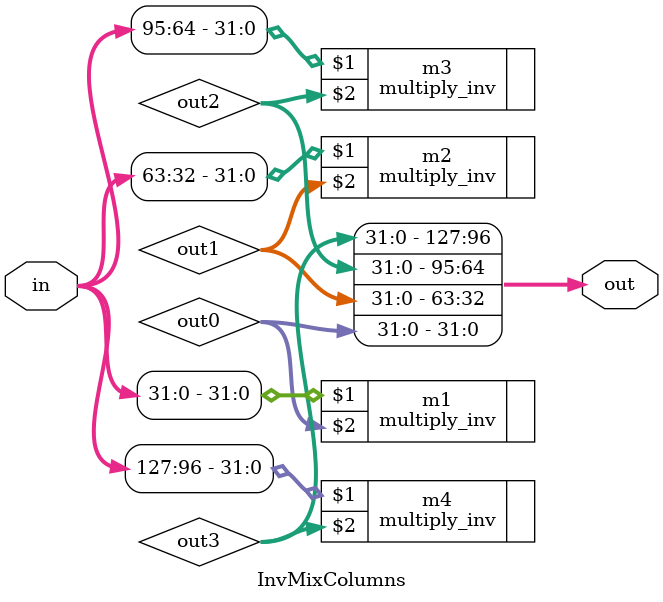
<source format=v>
module InvMixColumns(in,out);
input [127:0]in;
 output [127:0]out;
wire[31:0] out0;
wire[31:0] out1;
wire[31:0] out2;
wire[31:0] out3;



multiply_inv m1(in[31:0],out0); 
multiply_inv m2(in[63:32],out1); 
multiply_inv m3(in[95:64],out2); 
multiply_inv m4(in[127:96],out3); 
assign out={out3,out2,out1,out0};

endmodule

</source>
